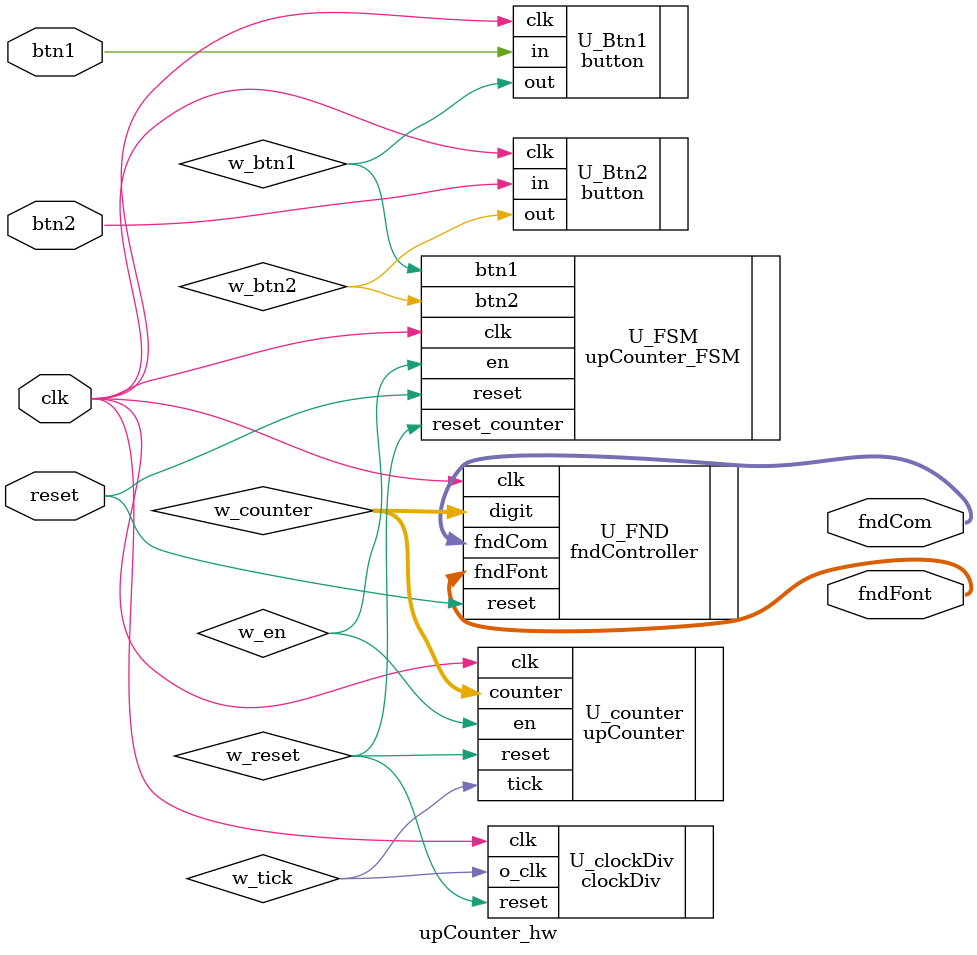
<source format=v>
`timescale 1ns / 1ps

module upCounter_hw (
    input clk,
    input reset,
    input btn1,
    input btn2,
    output [7:0] fndFont,
    output [3:0] fndCom
);
    wire w_btn1, w_btn2;
    wire w_en;
    wire w_reset;
    wire [13:0] w_counter;
    wire w_tick;

    button U_Btn1 (
        .clk(clk),
        .in (btn1),
        .out(w_btn1)
    );

    button U_Btn2 (
        .clk(clk),
        .in (btn2),
        .out(w_btn2)
    );

    upCounter_FSM U_FSM (
        .clk(clk),
        .reset(reset),
        .btn1(w_btn1),
        .btn2(w_btn2),
        .en(w_en),
        .reset_counter(w_reset)
    );

    clockDiv #(
        .HERZ(10)
    ) U_clockDiv (
        .clk  (clk),
        .reset(w_reset),
        .o_clk(w_tick)
    );

    upCounter #(
        .MAX_NUM(10_000)
    ) U_counter (
        .clk(clk),
        .reset(w_reset),
        .tick(w_tick),
        .en(w_en),
        .counter(w_counter)
    );

    fndController U_FND (
        .clk(clk),
        .reset(reset),
        .digit(w_counter),
        .fndFont(fndFont),
        .fndCom(fndCom)
    );
endmodule

</source>
